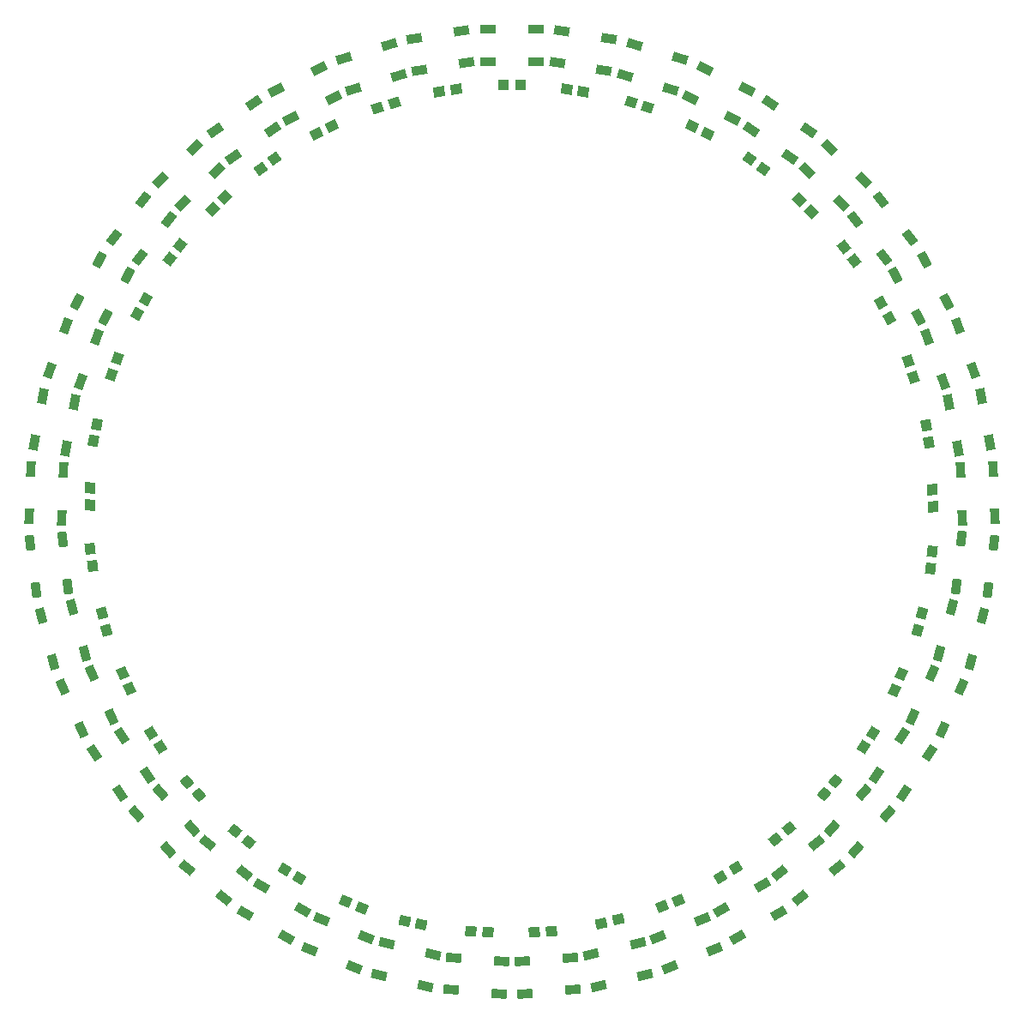
<source format=gtp>
G04*
G04 #@! TF.GenerationSoftware,Altium Limited,Altium Designer,20.1.12 (249)*
G04*
G04 Layer_Color=8421504*
%FSLAX25Y25*%
%MOIN*%
G70*
G04*
G04 #@! TF.SameCoordinates,7C2EAEED-1B34-4CDB-9279-0DCC4619808E*
G04*
G04*
G04 #@! TF.FilePolarity,Positive*
G04*
G01*
G75*
G04:AMPARAMS|DCode=12|XSize=59.06mil|YSize=35.43mil|CornerRadius=0mil|HoleSize=0mil|Usage=FLASHONLY|Rotation=105.380|XOffset=0mil|YOffset=0mil|HoleType=Round|Shape=Rectangle|*
%AMROTATEDRECTD12*
4,1,4,0.02491,-0.02377,-0.00925,-0.03317,-0.02491,0.02377,0.00925,0.03317,0.02491,-0.02377,0.0*
%
%ADD12ROTATEDRECTD12*%

%ADD13R,0.05906X0.03543*%
G04:AMPARAMS|DCode=14|XSize=43.31mil|YSize=39.37mil|CornerRadius=0mil|HoleSize=0mil|Usage=FLASHONLY|Rotation=61.480|XOffset=0mil|YOffset=0mil|HoleType=Round|Shape=Rectangle|*
%AMROTATEDRECTD14*
4,1,4,0.00696,-0.02843,-0.02764,-0.00963,-0.00696,0.02843,0.02764,0.00963,0.00696,-0.02843,0.0*
%
%ADD14ROTATEDRECTD14*%

G04:AMPARAMS|DCode=15|XSize=43.31mil|YSize=39.37mil|CornerRadius=0mil|HoleSize=0mil|Usage=FLASHONLY|Rotation=70.260|XOffset=0mil|YOffset=0mil|HoleType=Round|Shape=Rectangle|*
%AMROTATEDRECTD15*
4,1,4,0.01122,-0.02703,-0.02584,-0.01373,-0.01122,0.02703,0.02584,0.01373,0.01122,-0.02703,0.0*
%
%ADD15ROTATEDRECTD15*%

G04:AMPARAMS|DCode=16|XSize=43.31mil|YSize=39.37mil|CornerRadius=0mil|HoleSize=0mil|Usage=FLASHONLY|Rotation=79.040|XOffset=0mil|YOffset=0mil|HoleType=Round|Shape=Rectangle|*
%AMROTATEDRECTD16*
4,1,4,0.01521,-0.02500,-0.02344,-0.01752,-0.01521,0.02500,0.02344,0.01752,0.01521,-0.02500,0.0*
%
%ADD16ROTATEDRECTD16*%

G04:AMPARAMS|DCode=17|XSize=43.31mil|YSize=39.37mil|CornerRadius=0mil|HoleSize=0mil|Usage=FLASHONLY|Rotation=87.820|XOffset=0mil|YOffset=0mil|HoleType=Round|Shape=Rectangle|*
%AMROTATEDRECTD17*
4,1,4,0.01885,-0.02239,-0.02049,-0.02089,-0.01885,0.02239,0.02049,0.02089,0.01885,-0.02239,0.0*
%
%ADD17ROTATEDRECTD17*%

G04:AMPARAMS|DCode=18|XSize=43.31mil|YSize=39.37mil|CornerRadius=0mil|HoleSize=0mil|Usage=FLASHONLY|Rotation=96.600|XOffset=0mil|YOffset=0mil|HoleType=Round|Shape=Rectangle|*
%AMROTATEDRECTD18*
4,1,4,0.02204,-0.01925,-0.01707,-0.02377,-0.02204,0.01925,0.01707,0.02377,0.02204,-0.01925,0.0*
%
%ADD18ROTATEDRECTD18*%

G04:AMPARAMS|DCode=19|XSize=59.06mil|YSize=35.43mil|CornerRadius=0mil|HoleSize=0mil|Usage=FLASHONLY|Rotation=61.480|XOffset=0mil|YOffset=0mil|HoleType=Round|Shape=Rectangle|*
%AMROTATEDRECTD19*
4,1,4,0.00147,-0.03440,-0.02967,-0.01749,-0.00147,0.03440,0.02967,0.01749,0.00147,-0.03440,0.0*
%
%ADD19ROTATEDRECTD19*%

G04:AMPARAMS|DCode=20|XSize=59.06mil|YSize=35.43mil|CornerRadius=0mil|HoleSize=0mil|Usage=FLASHONLY|Rotation=70.260|XOffset=0mil|YOffset=0mil|HoleType=Round|Shape=Rectangle|*
%AMROTATEDRECTD20*
4,1,4,0.00670,-0.03378,-0.02665,-0.02181,-0.00670,0.03378,0.02665,0.02181,0.00670,-0.03378,0.0*
%
%ADD20ROTATEDRECTD20*%

G04:AMPARAMS|DCode=21|XSize=59.06mil|YSize=35.43mil|CornerRadius=0mil|HoleSize=0mil|Usage=FLASHONLY|Rotation=79.040|XOffset=0mil|YOffset=0mil|HoleType=Round|Shape=Rectangle|*
%AMROTATEDRECTD21*
4,1,4,0.01178,-0.03236,-0.02301,-0.02562,-0.01178,0.03236,0.02301,0.02562,0.01178,-0.03236,0.0*
%
%ADD21ROTATEDRECTD21*%

G04:AMPARAMS|DCode=22|XSize=59.06mil|YSize=35.43mil|CornerRadius=0mil|HoleSize=0mil|Usage=FLASHONLY|Rotation=87.820|XOffset=0mil|YOffset=0mil|HoleType=Round|Shape=Rectangle|*
%AMROTATEDRECTD22*
4,1,4,0.01658,-0.03018,-0.01883,-0.02883,-0.01658,0.03018,0.01883,0.02883,0.01658,-0.03018,0.0*
%
%ADD22ROTATEDRECTD22*%

G04:AMPARAMS|DCode=23|XSize=59.06mil|YSize=35.43mil|CornerRadius=0mil|HoleSize=0mil|Usage=FLASHONLY|Rotation=96.600|XOffset=0mil|YOffset=0mil|HoleType=Round|Shape=Rectangle|*
%AMROTATEDRECTD23*
4,1,4,0.02099,-0.02730,-0.01421,-0.03137,-0.02099,0.02730,0.01421,0.03137,0.02099,-0.02730,0.0*
%
%ADD23ROTATEDRECTD23*%

G04:AMPARAMS|DCode=24|XSize=43.31mil|YSize=39.37mil|CornerRadius=0mil|HoleSize=0mil|Usage=FLASHONLY|Rotation=17.580|XOffset=0mil|YOffset=0mil|HoleType=Round|Shape=Rectangle|*
%AMROTATEDRECTD24*
4,1,4,-0.01470,-0.02531,-0.02659,0.01223,0.01470,0.02531,0.02659,-0.01223,-0.01470,-0.02531,0.0*
%
%ADD24ROTATEDRECTD24*%

G04:AMPARAMS|DCode=25|XSize=43.31mil|YSize=39.37mil|CornerRadius=0mil|HoleSize=0mil|Usage=FLASHONLY|Rotation=26.360|XOffset=0mil|YOffset=0mil|HoleType=Round|Shape=Rectangle|*
%AMROTATEDRECTD25*
4,1,4,-0.01066,-0.02725,-0.02814,0.00802,0.01066,0.02725,0.02814,-0.00802,-0.01066,-0.02725,0.0*
%
%ADD25ROTATEDRECTD25*%

G04:AMPARAMS|DCode=26|XSize=43.31mil|YSize=39.37mil|CornerRadius=0mil|HoleSize=0mil|Usage=FLASHONLY|Rotation=35.140|XOffset=0mil|YOffset=0mil|HoleType=Round|Shape=Rectangle|*
%AMROTATEDRECTD26*
4,1,4,-0.00638,-0.02856,-0.02904,0.00363,0.00638,0.02856,0.02904,-0.00363,-0.00638,-0.02856,0.0*
%
%ADD26ROTATEDRECTD26*%

G04:AMPARAMS|DCode=27|XSize=43.31mil|YSize=39.37mil|CornerRadius=0mil|HoleSize=0mil|Usage=FLASHONLY|Rotation=43.920|XOffset=0mil|YOffset=0mil|HoleType=Round|Shape=Rectangle|*
%AMROTATEDRECTD27*
4,1,4,-0.00194,-0.02920,-0.02925,-0.00084,0.00194,0.02920,0.02925,0.00084,-0.00194,-0.02920,0.0*
%
%ADD27ROTATEDRECTD27*%

G04:AMPARAMS|DCode=28|XSize=43.31mil|YSize=39.37mil|CornerRadius=0mil|HoleSize=0mil|Usage=FLASHONLY|Rotation=52.700|XOffset=0mil|YOffset=0mil|HoleType=Round|Shape=Rectangle|*
%AMROTATEDRECTD28*
4,1,4,0.00254,-0.02915,-0.02878,-0.00530,-0.00254,0.02915,0.02878,0.00530,0.00254,-0.02915,0.0*
%
%ADD28ROTATEDRECTD28*%

G04:AMPARAMS|DCode=29|XSize=59.06mil|YSize=35.43mil|CornerRadius=0mil|HoleSize=0mil|Usage=FLASHONLY|Rotation=17.580|XOffset=0mil|YOffset=0mil|HoleType=Round|Shape=Rectangle|*
%AMROTATEDRECTD29*
4,1,4,-0.02280,-0.02581,-0.03350,0.00797,0.02280,0.02581,0.03350,-0.00797,-0.02280,-0.02581,0.0*
%
%ADD29ROTATEDRECTD29*%

G04:AMPARAMS|DCode=30|XSize=59.06mil|YSize=35.43mil|CornerRadius=0mil|HoleSize=0mil|Usage=FLASHONLY|Rotation=26.360|XOffset=0mil|YOffset=0mil|HoleType=Round|Shape=Rectangle|*
%AMROTATEDRECTD30*
4,1,4,-0.01859,-0.02899,-0.03432,0.00276,0.01859,0.02899,0.03432,-0.00276,-0.01859,-0.02899,0.0*
%
%ADD30ROTATEDRECTD30*%

G04:AMPARAMS|DCode=31|XSize=59.06mil|YSize=35.43mil|CornerRadius=0mil|HoleSize=0mil|Usage=FLASHONLY|Rotation=35.140|XOffset=0mil|YOffset=0mil|HoleType=Round|Shape=Rectangle|*
%AMROTATEDRECTD31*
4,1,4,-0.01395,-0.03148,-0.03434,-0.00251,0.01395,0.03148,0.03434,0.00251,-0.01395,-0.03148,0.0*
%
%ADD31ROTATEDRECTD31*%

G04:AMPARAMS|DCode=32|XSize=59.06mil|YSize=35.43mil|CornerRadius=0mil|HoleSize=0mil|Usage=FLASHONLY|Rotation=43.920|XOffset=0mil|YOffset=0mil|HoleType=Round|Shape=Rectangle|*
%AMROTATEDRECTD32*
4,1,4,-0.00898,-0.03324,-0.03356,-0.00772,0.00898,0.03324,0.03356,0.00772,-0.00898,-0.03324,0.0*
%
%ADD32ROTATEDRECTD32*%

G04:AMPARAMS|DCode=33|XSize=59.06mil|YSize=35.43mil|CornerRadius=0mil|HoleSize=0mil|Usage=FLASHONLY|Rotation=52.700|XOffset=0mil|YOffset=0mil|HoleType=Round|Shape=Rectangle|*
%AMROTATEDRECTD33*
4,1,4,-0.00380,-0.03422,-0.03199,-0.01275,0.00380,0.03422,0.03199,0.01275,-0.00380,-0.03422,0.0*
%
%ADD33ROTATEDRECTD33*%

G04:AMPARAMS|DCode=34|XSize=43.31mil|YSize=39.37mil|CornerRadius=0mil|HoleSize=0mil|Usage=FLASHONLY|Rotation=8.800|XOffset=0mil|YOffset=0mil|HoleType=Round|Shape=Rectangle|*
%AMROTATEDRECTD34*
4,1,4,-0.01839,-0.02277,-0.02441,0.01614,0.01839,0.02277,0.02441,-0.01614,-0.01839,-0.02277,0.0*
%
%ADD34ROTATEDRECTD34*%

G04:AMPARAMS|DCode=35|XSize=59.06mil|YSize=35.43mil|CornerRadius=0mil|HoleSize=0mil|Usage=FLASHONLY|Rotation=8.800|XOffset=0mil|YOffset=0mil|HoleType=Round|Shape=Rectangle|*
%AMROTATEDRECTD35*
4,1,4,-0.02647,-0.02203,-0.03189,0.01299,0.02647,0.02203,0.03189,-0.01299,-0.02647,-0.02203,0.0*
%
%ADD35ROTATEDRECTD35*%

G04:AMPARAMS|DCode=36|XSize=59.06mil|YSize=35.43mil|CornerRadius=0mil|HoleSize=0mil|Usage=FLASHONLY|Rotation=280.980|XOffset=0mil|YOffset=0mil|HoleType=Round|Shape=Rectangle|*
%AMROTATEDRECTD36*
4,1,4,-0.02302,0.02561,0.01177,0.03236,0.02302,-0.02561,-0.01177,-0.03236,-0.02302,0.02561,0.0*
%
%ADD36ROTATEDRECTD36*%

G04:AMPARAMS|DCode=37|XSize=59.06mil|YSize=35.43mil|CornerRadius=0mil|HoleSize=0mil|Usage=FLASHONLY|Rotation=272.200|XOffset=0mil|YOffset=0mil|HoleType=Round|Shape=Rectangle|*
%AMROTATEDRECTD37*
4,1,4,-0.01884,0.02883,0.01657,0.03019,0.01884,-0.02883,-0.01657,-0.03019,-0.01884,0.02883,0.0*
%
%ADD37ROTATEDRECTD37*%

G04:AMPARAMS|DCode=38|XSize=43.31mil|YSize=39.37mil|CornerRadius=0mil|HoleSize=0mil|Usage=FLASHONLY|Rotation=324.880|XOffset=0mil|YOffset=0mil|HoleType=Round|Shape=Rectangle|*
%AMROTATEDRECTD38*
4,1,4,-0.02904,-0.00364,-0.00639,0.02856,0.02904,0.00364,0.00639,-0.02856,-0.02904,-0.00364,0.0*
%
%ADD38ROTATEDRECTD38*%

G04:AMPARAMS|DCode=39|XSize=43.31mil|YSize=39.37mil|CornerRadius=0mil|HoleSize=0mil|Usage=FLASHONLY|Rotation=333.660|XOffset=0mil|YOffset=0mil|HoleType=Round|Shape=Rectangle|*
%AMROTATEDRECTD39*
4,1,4,-0.02814,-0.00803,-0.01067,0.02725,0.02814,0.00803,0.01067,-0.02725,-0.02814,-0.00803,0.0*
%
%ADD39ROTATEDRECTD39*%

G04:AMPARAMS|DCode=40|XSize=43.31mil|YSize=39.37mil|CornerRadius=0mil|HoleSize=0mil|Usage=FLASHONLY|Rotation=342.440|XOffset=0mil|YOffset=0mil|HoleType=Round|Shape=Rectangle|*
%AMROTATEDRECTD40*
4,1,4,-0.02658,-0.01224,-0.01471,0.02530,0.02658,0.01224,0.01471,-0.02530,-0.02658,-0.01224,0.0*
%
%ADD40ROTATEDRECTD40*%

G04:AMPARAMS|DCode=41|XSize=43.31mil|YSize=39.37mil|CornerRadius=0mil|HoleSize=0mil|Usage=FLASHONLY|Rotation=351.220|XOffset=0mil|YOffset=0mil|HoleType=Round|Shape=Rectangle|*
%AMROTATEDRECTD41*
4,1,4,-0.02441,-0.01615,-0.01840,0.02276,0.02441,0.01615,0.01840,-0.02276,-0.02441,-0.01615,0.0*
%
%ADD41ROTATEDRECTD41*%

%ADD42R,0.04331X0.03937*%
G04:AMPARAMS|DCode=43|XSize=59.06mil|YSize=35.43mil|CornerRadius=0mil|HoleSize=0mil|Usage=FLASHONLY|Rotation=324.880|XOffset=0mil|YOffset=0mil|HoleType=Round|Shape=Rectangle|*
%AMROTATEDRECTD43*
4,1,4,-0.03434,0.00250,-0.01396,0.03148,0.03434,-0.00250,0.01396,-0.03148,-0.03434,0.00250,0.0*
%
%ADD43ROTATEDRECTD43*%

G04:AMPARAMS|DCode=44|XSize=59.06mil|YSize=35.43mil|CornerRadius=0mil|HoleSize=0mil|Usage=FLASHONLY|Rotation=333.660|XOffset=0mil|YOffset=0mil|HoleType=Round|Shape=Rectangle|*
%AMROTATEDRECTD44*
4,1,4,-0.03432,-0.00278,-0.01860,0.02898,0.03432,0.00278,0.01860,-0.02898,-0.03432,-0.00278,0.0*
%
%ADD44ROTATEDRECTD44*%

G04:AMPARAMS|DCode=45|XSize=59.06mil|YSize=35.43mil|CornerRadius=0mil|HoleSize=0mil|Usage=FLASHONLY|Rotation=342.440|XOffset=0mil|YOffset=0mil|HoleType=Round|Shape=Rectangle|*
%AMROTATEDRECTD45*
4,1,4,-0.03350,-0.00798,-0.02281,0.02580,0.03350,0.00798,0.02281,-0.02580,-0.03350,-0.00798,0.0*
%
%ADD45ROTATEDRECTD45*%

G04:AMPARAMS|DCode=46|XSize=59.06mil|YSize=35.43mil|CornerRadius=0mil|HoleSize=0mil|Usage=FLASHONLY|Rotation=351.220|XOffset=0mil|YOffset=0mil|HoleType=Round|Shape=Rectangle|*
%AMROTATEDRECTD46*
4,1,4,-0.03189,-0.01300,-0.02648,0.02202,0.03189,0.01300,0.02648,-0.02202,-0.03189,-0.01300,0.0*
%
%ADD46ROTATEDRECTD46*%

G04:AMPARAMS|DCode=47|XSize=43.31mil|YSize=39.37mil|CornerRadius=0mil|HoleSize=0mil|Usage=FLASHONLY|Rotation=280.980|XOffset=0mil|YOffset=0mil|HoleType=Round|Shape=Rectangle|*
%AMROTATEDRECTD47*
4,1,4,-0.02345,0.01751,0.01520,0.02501,0.02345,-0.01751,-0.01520,-0.02501,-0.02345,0.01751,0.0*
%
%ADD47ROTATEDRECTD47*%

G04:AMPARAMS|DCode=48|XSize=43.31mil|YSize=39.37mil|CornerRadius=0mil|HoleSize=0mil|Usage=FLASHONLY|Rotation=289.760|XOffset=0mil|YOffset=0mil|HoleType=Round|Shape=Rectangle|*
%AMROTATEDRECTD48*
4,1,4,-0.02585,0.01372,0.01121,0.02703,0.02585,-0.01372,-0.01121,-0.02703,-0.02585,0.01372,0.0*
%
%ADD48ROTATEDRECTD48*%

G04:AMPARAMS|DCode=49|XSize=43.31mil|YSize=39.37mil|CornerRadius=0mil|HoleSize=0mil|Usage=FLASHONLY|Rotation=298.540|XOffset=0mil|YOffset=0mil|HoleType=Round|Shape=Rectangle|*
%AMROTATEDRECTD49*
4,1,4,-0.02764,0.00962,0.00695,0.02843,0.02764,-0.00962,-0.00695,-0.02843,-0.02764,0.00962,0.0*
%
%ADD49ROTATEDRECTD49*%

G04:AMPARAMS|DCode=50|XSize=43.31mil|YSize=39.37mil|CornerRadius=0mil|HoleSize=0mil|Usage=FLASHONLY|Rotation=307.320|XOffset=0mil|YOffset=0mil|HoleType=Round|Shape=Rectangle|*
%AMROTATEDRECTD50*
4,1,4,-0.02878,0.00529,0.00253,0.02916,0.02878,-0.00529,-0.00253,-0.02916,-0.02878,0.00529,0.0*
%
%ADD50ROTATEDRECTD50*%

G04:AMPARAMS|DCode=51|XSize=43.31mil|YSize=39.37mil|CornerRadius=0mil|HoleSize=0mil|Usage=FLASHONLY|Rotation=316.100|XOffset=0mil|YOffset=0mil|HoleType=Round|Shape=Rectangle|*
%AMROTATEDRECTD51*
4,1,4,-0.02925,0.00083,-0.00195,0.02920,0.02925,-0.00083,0.00195,-0.02920,-0.02925,0.00083,0.0*
%
%ADD51ROTATEDRECTD51*%

G04:AMPARAMS|DCode=52|XSize=59.06mil|YSize=35.43mil|CornerRadius=0mil|HoleSize=0mil|Usage=FLASHONLY|Rotation=289.760|XOffset=0mil|YOffset=0mil|HoleType=Round|Shape=Rectangle|*
%AMROTATEDRECTD52*
4,1,4,-0.02666,0.02180,0.00669,0.03378,0.02666,-0.02180,-0.00669,-0.03378,-0.02666,0.02180,0.0*
%
%ADD52ROTATEDRECTD52*%

G04:AMPARAMS|DCode=53|XSize=59.06mil|YSize=35.43mil|CornerRadius=0mil|HoleSize=0mil|Usage=FLASHONLY|Rotation=298.540|XOffset=0mil|YOffset=0mil|HoleType=Round|Shape=Rectangle|*
%AMROTATEDRECTD53*
4,1,4,-0.02967,0.01748,0.00146,0.03440,0.02967,-0.01748,-0.00146,-0.03440,-0.02967,0.01748,0.0*
%
%ADD53ROTATEDRECTD53*%

G04:AMPARAMS|DCode=54|XSize=59.06mil|YSize=35.43mil|CornerRadius=0mil|HoleSize=0mil|Usage=FLASHONLY|Rotation=307.320|XOffset=0mil|YOffset=0mil|HoleType=Round|Shape=Rectangle|*
%AMROTATEDRECTD54*
4,1,4,-0.03199,0.01274,-0.00381,0.03422,0.03199,-0.01274,0.00381,-0.03422,-0.03199,0.01274,0.0*
%
%ADD54ROTATEDRECTD54*%

G04:AMPARAMS|DCode=55|XSize=59.06mil|YSize=35.43mil|CornerRadius=0mil|HoleSize=0mil|Usage=FLASHONLY|Rotation=316.100|XOffset=0mil|YOffset=0mil|HoleType=Round|Shape=Rectangle|*
%AMROTATEDRECTD55*
4,1,4,-0.03356,0.00771,-0.00899,0.03324,0.03356,-0.00771,0.00899,-0.03324,-0.03356,0.00771,0.0*
%
%ADD55ROTATEDRECTD55*%

G04:AMPARAMS|DCode=56|XSize=43.31mil|YSize=39.37mil|CornerRadius=0mil|HoleSize=0mil|Usage=FLASHONLY|Rotation=237.080|XOffset=0mil|YOffset=0mil|HoleType=Round|Shape=Rectangle|*
%AMROTATEDRECTD56*
4,1,4,-0.00476,0.02888,0.02829,0.00748,0.00476,-0.02888,-0.02829,-0.00748,-0.00476,0.02888,0.0*
%
%ADD56ROTATEDRECTD56*%

G04:AMPARAMS|DCode=57|XSize=43.31mil|YSize=39.37mil|CornerRadius=0mil|HoleSize=0mil|Usage=FLASHONLY|Rotation=245.860|XOffset=0mil|YOffset=0mil|HoleType=Round|Shape=Rectangle|*
%AMROTATEDRECTD57*
4,1,4,-0.00911,0.02781,0.02682,0.01171,0.00911,-0.02781,-0.02682,-0.01171,-0.00911,0.02781,0.0*
%
%ADD57ROTATEDRECTD57*%

G04:AMPARAMS|DCode=58|XSize=43.31mil|YSize=39.37mil|CornerRadius=0mil|HoleSize=0mil|Usage=FLASHONLY|Rotation=254.640|XOffset=0mil|YOffset=0mil|HoleType=Round|Shape=Rectangle|*
%AMROTATEDRECTD58*
4,1,4,-0.01325,0.02609,0.02472,0.01567,0.01325,-0.02609,-0.02472,-0.01567,-0.01325,0.02609,0.0*
%
%ADD58ROTATEDRECTD58*%

G04:AMPARAMS|DCode=59|XSize=43.31mil|YSize=39.37mil|CornerRadius=0mil|HoleSize=0mil|Usage=FLASHONLY|Rotation=263.420|XOffset=0mil|YOffset=0mil|HoleType=Round|Shape=Rectangle|*
%AMROTATEDRECTD59*
4,1,4,-0.01707,0.02377,0.02204,0.01925,0.01707,-0.02377,-0.02204,-0.01925,-0.01707,0.02377,0.0*
%
%ADD59ROTATEDRECTD59*%

G04:AMPARAMS|DCode=60|XSize=43.31mil|YSize=39.37mil|CornerRadius=0mil|HoleSize=0mil|Usage=FLASHONLY|Rotation=272.200|XOffset=0mil|YOffset=0mil|HoleType=Round|Shape=Rectangle|*
%AMROTATEDRECTD60*
4,1,4,-0.02050,0.02088,0.01884,0.02239,0.02050,-0.02088,-0.01884,-0.02239,-0.02050,0.02088,0.0*
%
%ADD60ROTATEDRECTD60*%

G04:AMPARAMS|DCode=61|XSize=59.06mil|YSize=35.43mil|CornerRadius=0mil|HoleSize=0mil|Usage=FLASHONLY|Rotation=237.080|XOffset=0mil|YOffset=0mil|HoleType=Round|Shape=Rectangle|*
%AMROTATEDRECTD61*
4,1,4,0.00118,0.03442,0.03092,0.01516,-0.00118,-0.03442,-0.03092,-0.01516,0.00118,0.03442,0.0*
%
%ADD61ROTATEDRECTD61*%

G04:AMPARAMS|DCode=62|XSize=59.06mil|YSize=35.43mil|CornerRadius=0mil|HoleSize=0mil|Usage=FLASHONLY|Rotation=245.860|XOffset=0mil|YOffset=0mil|HoleType=Round|Shape=Rectangle|*
%AMROTATEDRECTD62*
4,1,4,-0.00409,0.03419,0.02824,0.01970,0.00409,-0.03419,-0.02824,-0.01970,-0.00409,0.03419,0.0*
%
%ADD62ROTATEDRECTD62*%

G04:AMPARAMS|DCode=63|XSize=59.06mil|YSize=35.43mil|CornerRadius=0mil|HoleSize=0mil|Usage=FLASHONLY|Rotation=254.640|XOffset=0mil|YOffset=0mil|HoleType=Round|Shape=Rectangle|*
%AMROTATEDRECTD63*
4,1,4,-0.00926,0.03317,0.02491,0.02378,0.00926,-0.03317,-0.02491,-0.02378,-0.00926,0.03317,0.0*
%
%ADD63ROTATEDRECTD63*%

G04:AMPARAMS|DCode=64|XSize=59.06mil|YSize=35.43mil|CornerRadius=0mil|HoleSize=0mil|Usage=FLASHONLY|Rotation=263.420|XOffset=0mil|YOffset=0mil|HoleType=Round|Shape=Rectangle|*
%AMROTATEDRECTD64*
4,1,4,-0.01422,0.03136,0.02098,0.02730,0.01422,-0.03136,-0.02098,-0.02730,-0.01422,0.03136,0.0*
%
%ADD64ROTATEDRECTD64*%

G04:AMPARAMS|DCode=65|XSize=43.31mil|YSize=39.37mil|CornerRadius=0mil|HoleSize=0mil|Usage=FLASHONLY|Rotation=193.180|XOffset=0mil|YOffset=0mil|HoleType=Round|Shape=Rectangle|*
%AMROTATEDRECTD65*
4,1,4,0.01660,0.02410,0.02557,-0.01423,-0.01660,-0.02410,-0.02557,0.01423,0.01660,0.02410,0.0*
%
%ADD65ROTATEDRECTD65*%

G04:AMPARAMS|DCode=66|XSize=43.31mil|YSize=39.37mil|CornerRadius=0mil|HoleSize=0mil|Usage=FLASHONLY|Rotation=201.960|XOffset=0mil|YOffset=0mil|HoleType=Round|Shape=Rectangle|*
%AMROTATEDRECTD66*
4,1,4,0.01272,0.02635,0.02744,-0.01016,-0.01272,-0.02635,-0.02744,0.01016,0.01272,0.02635,0.0*
%
%ADD66ROTATEDRECTD66*%

G04:AMPARAMS|DCode=67|XSize=43.31mil|YSize=39.37mil|CornerRadius=0mil|HoleSize=0mil|Usage=FLASHONLY|Rotation=210.740|XOffset=0mil|YOffset=0mil|HoleType=Round|Shape=Rectangle|*
%AMROTATEDRECTD67*
4,1,4,0.00855,0.02799,0.02867,-0.00585,-0.00855,-0.02799,-0.02867,0.00585,0.00855,0.02799,0.0*
%
%ADD67ROTATEDRECTD67*%

G04:AMPARAMS|DCode=68|XSize=43.31mil|YSize=39.37mil|CornerRadius=0mil|HoleSize=0mil|Usage=FLASHONLY|Rotation=219.520|XOffset=0mil|YOffset=0mil|HoleType=Round|Shape=Rectangle|*
%AMROTATEDRECTD68*
4,1,4,0.00418,0.02896,0.02923,-0.00141,-0.00418,-0.02896,-0.02923,0.00141,0.00418,0.02896,0.0*
%
%ADD68ROTATEDRECTD68*%

G04:AMPARAMS|DCode=69|XSize=43.31mil|YSize=39.37mil|CornerRadius=0mil|HoleSize=0mil|Usage=FLASHONLY|Rotation=228.300|XOffset=0mil|YOffset=0mil|HoleType=Round|Shape=Rectangle|*
%AMROTATEDRECTD69*
4,1,4,-0.00029,0.02926,0.02910,0.00307,0.00029,-0.02926,-0.02910,-0.00307,-0.00029,0.02926,0.0*
%
%ADD69ROTATEDRECTD69*%

G04:AMPARAMS|DCode=70|XSize=59.06mil|YSize=35.43mil|CornerRadius=0mil|HoleSize=0mil|Usage=FLASHONLY|Rotation=193.180|XOffset=0mil|YOffset=0mil|HoleType=Round|Shape=Rectangle|*
%AMROTATEDRECTD70*
4,1,4,0.02471,0.02398,0.03279,-0.01052,-0.02471,-0.02398,-0.03279,0.01052,0.02471,0.02398,0.0*
%
%ADD70ROTATEDRECTD70*%

G04:AMPARAMS|DCode=71|XSize=59.06mil|YSize=35.43mil|CornerRadius=0mil|HoleSize=0mil|Usage=FLASHONLY|Rotation=201.960|XOffset=0mil|YOffset=0mil|HoleType=Round|Shape=Rectangle|*
%AMROTATEDRECTD71*
4,1,4,0.02076,0.02747,0.03401,-0.00539,-0.02076,-0.02747,-0.03401,0.00539,0.02076,0.02747,0.0*
%
%ADD71ROTATEDRECTD71*%

G04:AMPARAMS|DCode=72|XSize=59.06mil|YSize=35.43mil|CornerRadius=0mil|HoleSize=0mil|Usage=FLASHONLY|Rotation=210.740|XOffset=0mil|YOffset=0mil|HoleType=Round|Shape=Rectangle|*
%AMROTATEDRECTD72*
4,1,4,0.01632,0.03032,0.03444,-0.00013,-0.01632,-0.03032,-0.03444,0.00013,0.01632,0.03032,0.0*
%
%ADD72ROTATEDRECTD72*%

G04:AMPARAMS|DCode=73|XSize=59.06mil|YSize=35.43mil|CornerRadius=0mil|HoleSize=0mil|Usage=FLASHONLY|Rotation=219.520|XOffset=0mil|YOffset=0mil|HoleType=Round|Shape=Rectangle|*
%AMROTATEDRECTD73*
4,1,4,0.01150,0.03246,0.03405,0.00512,-0.01150,-0.03246,-0.03405,-0.00512,0.01150,0.03246,0.0*
%
%ADD73ROTATEDRECTD73*%

G04:AMPARAMS|DCode=74|XSize=59.06mil|YSize=35.43mil|CornerRadius=0mil|HoleSize=0mil|Usage=FLASHONLY|Rotation=228.300|XOffset=0mil|YOffset=0mil|HoleType=Round|Shape=Rectangle|*
%AMROTATEDRECTD74*
4,1,4,0.00642,0.03383,0.03287,0.01026,-0.00642,-0.03383,-0.03287,-0.01026,0.00642,0.03383,0.0*
%
%ADD74ROTATEDRECTD74*%

G04:AMPARAMS|DCode=75|XSize=43.31mil|YSize=39.37mil|CornerRadius=0mil|HoleSize=0mil|Usage=FLASHONLY|Rotation=149.280|XOffset=0mil|YOffset=0mil|HoleType=Round|Shape=Rectangle|*
%AMROTATEDRECTD75*
4,1,4,0.02867,0.00586,0.00856,-0.02798,-0.02867,-0.00586,-0.00856,0.02798,0.02867,0.00586,0.0*
%
%ADD75ROTATEDRECTD75*%

G04:AMPARAMS|DCode=76|XSize=43.31mil|YSize=39.37mil|CornerRadius=0mil|HoleSize=0mil|Usage=FLASHONLY|Rotation=158.060|XOffset=0mil|YOffset=0mil|HoleType=Round|Shape=Rectangle|*
%AMROTATEDRECTD76*
4,1,4,0.02744,0.01017,0.01273,-0.02635,-0.02744,-0.01017,-0.01273,0.02635,0.02744,0.01017,0.0*
%
%ADD76ROTATEDRECTD76*%

G04:AMPARAMS|DCode=77|XSize=43.31mil|YSize=39.37mil|CornerRadius=0mil|HoleSize=0mil|Usage=FLASHONLY|Rotation=166.840|XOffset=0mil|YOffset=0mil|HoleType=Round|Shape=Rectangle|*
%AMROTATEDRECTD77*
4,1,4,0.02557,0.01424,0.01660,-0.02410,-0.02557,-0.01424,-0.01660,0.02410,0.02557,0.01424,0.0*
%
%ADD77ROTATEDRECTD77*%

G04:AMPARAMS|DCode=78|XSize=43.31mil|YSize=39.37mil|CornerRadius=0mil|HoleSize=0mil|Usage=FLASHONLY|Rotation=175.620|XOffset=0mil|YOffset=0mil|HoleType=Round|Shape=Rectangle|*
%AMROTATEDRECTD78*
4,1,4,0.02309,0.01797,0.02009,-0.02128,-0.02309,-0.01797,-0.02009,0.02128,0.02309,0.01797,0.0*
%
%ADD78ROTATEDRECTD78*%

G04:AMPARAMS|DCode=79|XSize=43.31mil|YSize=39.37mil|CornerRadius=0mil|HoleSize=0mil|Usage=FLASHONLY|Rotation=184.400|XOffset=0mil|YOffset=0mil|HoleType=Round|Shape=Rectangle|*
%AMROTATEDRECTD79*
4,1,4,0.02008,0.02129,0.02310,-0.01797,-0.02008,-0.02129,-0.02310,0.01797,0.02008,0.02129,0.0*
%
%ADD79ROTATEDRECTD79*%

G04:AMPARAMS|DCode=80|XSize=59.06mil|YSize=35.43mil|CornerRadius=0mil|HoleSize=0mil|Usage=FLASHONLY|Rotation=149.280|XOffset=0mil|YOffset=0mil|HoleType=Round|Shape=Rectangle|*
%AMROTATEDRECTD80*
4,1,4,0.03443,0.00015,0.01633,-0.03031,-0.03443,-0.00015,-0.01633,0.03031,0.03443,0.00015,0.0*
%
%ADD80ROTATEDRECTD80*%

G04:AMPARAMS|DCode=81|XSize=59.06mil|YSize=35.43mil|CornerRadius=0mil|HoleSize=0mil|Usage=FLASHONLY|Rotation=158.060|XOffset=0mil|YOffset=0mil|HoleType=Round|Shape=Rectangle|*
%AMROTATEDRECTD81*
4,1,4,0.03401,0.00540,0.02077,-0.02747,-0.03401,-0.00540,-0.02077,0.02747,0.03401,0.00540,0.0*
%
%ADD81ROTATEDRECTD81*%

G04:AMPARAMS|DCode=82|XSize=59.06mil|YSize=35.43mil|CornerRadius=0mil|HoleSize=0mil|Usage=FLASHONLY|Rotation=166.840|XOffset=0mil|YOffset=0mil|HoleType=Round|Shape=Rectangle|*
%AMROTATEDRECTD82*
4,1,4,0.03279,0.01053,0.02472,-0.02397,-0.03279,-0.01053,-0.02472,0.02397,0.03279,0.01053,0.0*
%
%ADD82ROTATEDRECTD82*%

G04:AMPARAMS|DCode=83|XSize=59.06mil|YSize=35.43mil|CornerRadius=0mil|HoleSize=0mil|Usage=FLASHONLY|Rotation=175.620|XOffset=0mil|YOffset=0mil|HoleType=Round|Shape=Rectangle|*
%AMROTATEDRECTD83*
4,1,4,0.03079,0.01541,0.02809,-0.01992,-0.03079,-0.01541,-0.02809,0.01992,0.03079,0.01541,0.0*
%
%ADD83ROTATEDRECTD83*%

G04:AMPARAMS|DCode=84|XSize=59.06mil|YSize=35.43mil|CornerRadius=0mil|HoleSize=0mil|Usage=FLASHONLY|Rotation=184.400|XOffset=0mil|YOffset=0mil|HoleType=Round|Shape=Rectangle|*
%AMROTATEDRECTD84*
4,1,4,0.02808,0.01993,0.03080,-0.01540,-0.02808,-0.01993,-0.03080,0.01540,0.02808,0.01993,0.0*
%
%ADD84ROTATEDRECTD84*%

G04:AMPARAMS|DCode=85|XSize=43.31mil|YSize=39.37mil|CornerRadius=0mil|HoleSize=0mil|Usage=FLASHONLY|Rotation=105.380|XOffset=0mil|YOffset=0mil|HoleType=Round|Shape=Rectangle|*
%AMROTATEDRECTD85*
4,1,4,0.02472,-0.01566,-0.01324,-0.02610,-0.02472,0.01566,0.01324,0.02610,0.02472,-0.01566,0.0*
%
%ADD85ROTATEDRECTD85*%

G04:AMPARAMS|DCode=86|XSize=43.31mil|YSize=39.37mil|CornerRadius=0mil|HoleSize=0mil|Usage=FLASHONLY|Rotation=114.160|XOffset=0mil|YOffset=0mil|HoleType=Round|Shape=Rectangle|*
%AMROTATEDRECTD86*
4,1,4,0.02682,-0.01170,-0.00910,-0.02781,-0.02682,0.01170,0.00910,0.02781,0.02682,-0.01170,0.0*
%
%ADD86ROTATEDRECTD86*%

G04:AMPARAMS|DCode=87|XSize=43.31mil|YSize=39.37mil|CornerRadius=0mil|HoleSize=0mil|Usage=FLASHONLY|Rotation=122.940|XOffset=0mil|YOffset=0mil|HoleType=Round|Shape=Rectangle|*
%AMROTATEDRECTD87*
4,1,4,0.02830,-0.00747,-0.00475,-0.02888,-0.02830,0.00747,0.00475,0.02888,0.02830,-0.00747,0.0*
%
%ADD87ROTATEDRECTD87*%

G04:AMPARAMS|DCode=88|XSize=43.31mil|YSize=39.37mil|CornerRadius=0mil|HoleSize=0mil|Usage=FLASHONLY|Rotation=131.720|XOffset=0mil|YOffset=0mil|HoleType=Round|Shape=Rectangle|*
%AMROTATEDRECTD88*
4,1,4,0.02910,-0.00306,-0.00028,-0.02926,-0.02910,0.00306,0.00028,0.02926,0.02910,-0.00306,0.0*
%
%ADD88ROTATEDRECTD88*%

G04:AMPARAMS|DCode=89|XSize=43.31mil|YSize=39.37mil|CornerRadius=0mil|HoleSize=0mil|Usage=FLASHONLY|Rotation=140.500|XOffset=0mil|YOffset=0mil|HoleType=Round|Shape=Rectangle|*
%AMROTATEDRECTD89*
4,1,4,0.02923,0.00142,0.00419,-0.02896,-0.02923,-0.00142,-0.00419,0.02896,0.02923,0.00142,0.0*
%
%ADD89ROTATEDRECTD89*%

G04:AMPARAMS|DCode=90|XSize=59.06mil|YSize=35.43mil|CornerRadius=0mil|HoleSize=0mil|Usage=FLASHONLY|Rotation=114.160|XOffset=0mil|YOffset=0mil|HoleType=Round|Shape=Rectangle|*
%AMROTATEDRECTD90*
4,1,4,0.02825,-0.01969,-0.00408,-0.03419,-0.02825,0.01969,0.00408,0.03419,0.02825,-0.01969,0.0*
%
%ADD90ROTATEDRECTD90*%

G04:AMPARAMS|DCode=91|XSize=59.06mil|YSize=35.43mil|CornerRadius=0mil|HoleSize=0mil|Usage=FLASHONLY|Rotation=122.940|XOffset=0mil|YOffset=0mil|HoleType=Round|Shape=Rectangle|*
%AMROTATEDRECTD91*
4,1,4,0.03092,-0.01515,0.00119,-0.03441,-0.03092,0.01515,-0.00119,0.03441,0.03092,-0.01515,0.0*
%
%ADD91ROTATEDRECTD91*%

G04:AMPARAMS|DCode=92|XSize=59.06mil|YSize=35.43mil|CornerRadius=0mil|HoleSize=0mil|Usage=FLASHONLY|Rotation=131.720|XOffset=0mil|YOffset=0mil|HoleType=Round|Shape=Rectangle|*
%AMROTATEDRECTD92*
4,1,4,0.03287,-0.01025,0.00643,-0.03383,-0.03287,0.01025,-0.00643,0.03383,0.03287,-0.01025,0.0*
%
%ADD92ROTATEDRECTD92*%

G04:AMPARAMS|DCode=93|XSize=59.06mil|YSize=35.43mil|CornerRadius=0mil|HoleSize=0mil|Usage=FLASHONLY|Rotation=140.500|XOffset=0mil|YOffset=0mil|HoleType=Round|Shape=Rectangle|*
%AMROTATEDRECTD93*
4,1,4,0.03405,-0.00511,0.01152,-0.03245,-0.03405,0.00511,-0.01152,0.03245,0.03405,-0.00511,0.0*
%
%ADD93ROTATEDRECTD93*%

D12*
X-178237Y-58623D02*
D03*
X-166089Y-55282D02*
D03*
X-170997Y-37441D02*
D03*
X-183144Y-40782D02*
D03*
D13*
X-9252Y187402D02*
D03*
Y174803D02*
D03*
X9252D02*
D03*
Y187402D02*
D03*
D14*
X-145598Y76560D02*
D03*
X-142402Y82440D02*
D03*
D15*
X-155630Y52850D02*
D03*
X-153370Y59150D02*
D03*
D16*
X-162636Y27215D02*
D03*
X-161364Y33785D02*
D03*
D17*
X-164127Y2156D02*
D03*
X-163873Y8844D02*
D03*
D18*
X-163115Y-21324D02*
D03*
X-163885Y-14676D02*
D03*
D19*
X-169078Y81349D02*
D03*
X-158008Y75333D02*
D03*
X-149173Y91592D02*
D03*
X-160243Y97607D02*
D03*
D20*
X-179514Y54587D02*
D03*
X-167656Y50332D02*
D03*
X-161406Y67748D02*
D03*
X-173264Y72004D02*
D03*
D21*
X-185742Y26546D02*
D03*
X-173374Y24151D02*
D03*
X-169856Y42317D02*
D03*
X-182224Y44713D02*
D03*
D22*
X-187618Y-2117D02*
D03*
X-175029Y-2596D02*
D03*
X-174325Y15895D02*
D03*
X-186914Y16374D02*
D03*
D23*
X-185096Y-30730D02*
D03*
X-172581Y-29282D02*
D03*
X-174708Y-10901D02*
D03*
X-187223Y-12349D02*
D03*
D24*
X-52190Y156489D02*
D03*
X-45810Y158511D02*
D03*
D25*
X-75999Y146514D02*
D03*
X-70002Y149486D02*
D03*
D26*
X-97737Y133074D02*
D03*
X-92263Y136926D02*
D03*
D27*
X-116411Y117179D02*
D03*
X-111590Y121821D02*
D03*
D28*
X-133028Y97838D02*
D03*
X-128972Y103162D02*
D03*
D29*
X-65422Y175855D02*
D03*
X-61617Y163845D02*
D03*
X-43977Y169434D02*
D03*
X-47782Y181444D02*
D03*
D30*
X-91498Y163808D02*
D03*
X-85904Y152520D02*
D03*
X-69324Y160735D02*
D03*
X-74918Y172024D02*
D03*
D31*
X-115430Y147922D02*
D03*
X-108178Y137620D02*
D03*
X-93047Y148270D02*
D03*
X-100298Y158572D02*
D03*
D32*
X-136656Y128569D02*
D03*
X-127917Y119495D02*
D03*
X-114588Y132330D02*
D03*
X-123327Y141405D02*
D03*
D33*
X-154680Y106203D02*
D03*
X-144658Y98569D02*
D03*
X-133445Y113288D02*
D03*
X-143466Y120923D02*
D03*
D34*
X-28307Y162988D02*
D03*
X-21693Y164012D02*
D03*
D35*
X-37813Y183780D02*
D03*
X-35886Y171330D02*
D03*
X-17599Y174161D02*
D03*
X-19527Y186611D02*
D03*
D36*
X182209Y44776D02*
D03*
X169841Y42377D02*
D03*
X173365Y24212D02*
D03*
X185733Y26611D02*
D03*
D37*
X186908Y16439D02*
D03*
X174319Y15956D02*
D03*
X175030Y-2535D02*
D03*
X187619Y-2051D02*
D03*
D38*
X92263Y136925D02*
D03*
X97737Y133075D02*
D03*
D39*
X70001Y149485D02*
D03*
X75999Y146515D02*
D03*
D40*
X46310Y159010D02*
D03*
X52691Y156990D02*
D03*
D41*
X21193Y164011D02*
D03*
X27807Y162989D02*
D03*
D42*
X-3347Y165500D02*
D03*
X3347D02*
D03*
D43*
X100243Y158607D02*
D03*
X92995Y148303D02*
D03*
X108130Y137657D02*
D03*
X115378Y147962D02*
D03*
D44*
X74858Y172050D02*
D03*
X69268Y160760D02*
D03*
X85851Y152550D02*
D03*
X91441Y163840D02*
D03*
D45*
X47719Y181460D02*
D03*
X43918Y169449D02*
D03*
X61560Y163866D02*
D03*
X65361Y175878D02*
D03*
D46*
X19462Y186618D02*
D03*
X17539Y174167D02*
D03*
X35826Y171343D02*
D03*
X37749Y183793D02*
D03*
D47*
X160863Y33285D02*
D03*
X162137Y26715D02*
D03*
D48*
X153869Y58149D02*
D03*
X156131Y51851D02*
D03*
D49*
X143401Y80940D02*
D03*
X146599Y75060D02*
D03*
D50*
X128971Y102661D02*
D03*
X133029Y97339D02*
D03*
D51*
X111589Y120820D02*
D03*
X116411Y116180D02*
D03*
D52*
X173239Y72064D02*
D03*
X161382Y67805D02*
D03*
X167638Y50390D02*
D03*
X179495Y54650D02*
D03*
D53*
X160209Y97663D02*
D03*
X149141Y91644D02*
D03*
X157982Y75388D02*
D03*
X169050Y81408D02*
D03*
D54*
X143424Y120973D02*
D03*
X133405Y113335D02*
D03*
X144623Y98620D02*
D03*
X154642Y106257D02*
D03*
D55*
X123278Y141448D02*
D03*
X114542Y132370D02*
D03*
X127875Y119539D02*
D03*
X136611Y128617D02*
D03*
D56*
X140319Y-86191D02*
D03*
X136681Y-91809D02*
D03*
D57*
X151369Y-63446D02*
D03*
X148631Y-69554D02*
D03*
D58*
X159386Y-39773D02*
D03*
X157614Y-46227D02*
D03*
D59*
X163383Y-15676D02*
D03*
X162617Y-22324D02*
D03*
D60*
X163372Y8344D02*
D03*
X163628Y1656D02*
D03*
D61*
X162339Y-94080D02*
D03*
X151763Y-87234D02*
D03*
X141707Y-102766D02*
D03*
X152282Y-109613D02*
D03*
D62*
X174797Y-68198D02*
D03*
X163300Y-63046D02*
D03*
X155733Y-79932D02*
D03*
X167229Y-85084D02*
D03*
D63*
X183158Y-40718D02*
D03*
X171010Y-37381D02*
D03*
X166109Y-55224D02*
D03*
X178257Y-58561D02*
D03*
D64*
X187227Y-12283D02*
D03*
X174712Y-10840D02*
D03*
X172591Y-29222D02*
D03*
X185107Y-30665D02*
D03*
D65*
X41258Y-158737D02*
D03*
X34742Y-160263D02*
D03*
D66*
X64604Y-151249D02*
D03*
X58396Y-153751D02*
D03*
D67*
X86876Y-138789D02*
D03*
X81124Y-142210D02*
D03*
D68*
X107581Y-123371D02*
D03*
X102418Y-127629D02*
D03*
D69*
X125726Y-105001D02*
D03*
X121274Y-109999D02*
D03*
D70*
X51738Y-180356D02*
D03*
X48865Y-168089D02*
D03*
X30849Y-172308D02*
D03*
X33721Y-184575D02*
D03*
D71*
X78661Y-170345D02*
D03*
X73950Y-158660D02*
D03*
X56789Y-165580D02*
D03*
X61500Y-177264D02*
D03*
D72*
X103741Y-156342D02*
D03*
X97301Y-145513D02*
D03*
X81397Y-154972D02*
D03*
X87837Y-165800D02*
D03*
D73*
X126390Y-138675D02*
D03*
X118373Y-128956D02*
D03*
X104099Y-140731D02*
D03*
X112116Y-150450D02*
D03*
D74*
X146076Y-117757D02*
D03*
X136669Y-109377D02*
D03*
X124360Y-123192D02*
D03*
X133766Y-131573D02*
D03*
D75*
X-82623Y-142710D02*
D03*
X-88377Y-139290D02*
D03*
D76*
X-58396Y-154250D02*
D03*
X-64604Y-151750D02*
D03*
D77*
X-35241Y-160762D02*
D03*
X-41759Y-159238D02*
D03*
D78*
X-9163Y-163756D02*
D03*
X-15837Y-163244D02*
D03*
D79*
X15337Y-163243D02*
D03*
X8663Y-163757D02*
D03*
D80*
X-87779Y-165831D02*
D03*
X-81343Y-155000D02*
D03*
X-97251Y-145547D02*
D03*
X-103686Y-156378D02*
D03*
D81*
X-61438Y-177286D02*
D03*
X-56731Y-165600D02*
D03*
X-73895Y-158686D02*
D03*
X-78602Y-170372D02*
D03*
D82*
X-33657Y-184587D02*
D03*
X-30789Y-172319D02*
D03*
X-48807Y-168106D02*
D03*
X-51675Y-180374D02*
D03*
D83*
X-5087Y-187561D02*
D03*
X-4125Y-174999D02*
D03*
X-22575Y-173586D02*
D03*
X-23537Y-186148D02*
D03*
D84*
X23602Y-186140D02*
D03*
X22635Y-173578D02*
D03*
X4186Y-174998D02*
D03*
X5153Y-187559D02*
D03*
D85*
X-157613Y-46227D02*
D03*
X-159388Y-39773D02*
D03*
D86*
X-148630Y-69053D02*
D03*
X-151370Y-62947D02*
D03*
D87*
X-136680Y-91808D02*
D03*
X-140320Y-86191D02*
D03*
D88*
X-121773Y-110498D02*
D03*
X-126227Y-105502D02*
D03*
D89*
X-102418Y-128629D02*
D03*
X-107582Y-124371D02*
D03*
D90*
X-167200Y-85142D02*
D03*
X-155705Y-79986D02*
D03*
X-163278Y-63103D02*
D03*
X-174773Y-68259D02*
D03*
D91*
X-152244Y-109666D02*
D03*
X-141671Y-102816D02*
D03*
X-151733Y-87286D02*
D03*
X-162306Y-94137D02*
D03*
D92*
X-133721Y-131620D02*
D03*
X-124317Y-123236D02*
D03*
X-136631Y-109424D02*
D03*
X-146035Y-117808D02*
D03*
D93*
X-112063Y-150489D02*
D03*
X-104049Y-140767D02*
D03*
X-118327Y-128997D02*
D03*
X-126341Y-138719D02*
D03*
M02*

</source>
